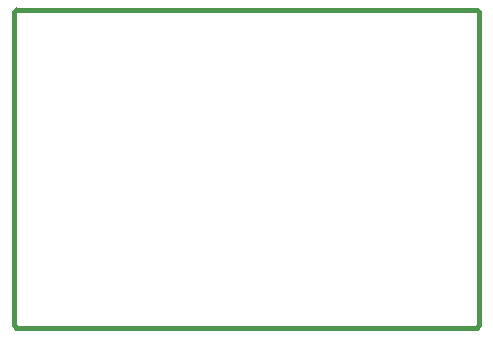
<source format=gm1>
G04*
G04 #@! TF.GenerationSoftware,Altium Limited,CircuitMaker,2.3.0 (3)*
G04*
G04 Layer_Color=16740166*
%FSLAX25Y25*%
%MOIN*%
G70*
G04*
G04 #@! TF.SameCoordinates,D5F01219-70E6-4597-8F9B-96EA77F89AD0*
G04*
G04*
G04 #@! TF.FilePolarity,Positive*
G04*
G01*
G75*
%ADD13C,0.01575*%
D13*
X254331Y204331D02*
G03*
X253543Y205118I-788J0D01*
G01*
X254331Y204331D02*
G03*
X253543Y205118I-788J0D01*
G01*
Y99212D02*
G03*
X254331Y100000I0J788D01*
G01*
X253543Y99212D02*
G03*
X254331Y100000I0J788D01*
G01*
X100043Y205118D02*
G03*
X99256Y204331I0J-788D01*
G01*
X100043Y205118D02*
G03*
X99256Y204331I0J-788D01*
G01*
Y100000D02*
G03*
X100043Y99212I788J0D01*
G01*
X99256Y100000D02*
G03*
X100043Y99212I788J0D01*
G01*
X254331Y190157D02*
Y204331D01*
Y152756D02*
Y190157D01*
Y100000D02*
Y152756D01*
X100043Y205118D02*
X253543D01*
X99256Y190551D02*
Y204331D01*
Y153150D02*
Y190551D01*
X100043Y99212D02*
X253543D01*
X99256Y100000D02*
Y153150D01*
M02*

</source>
